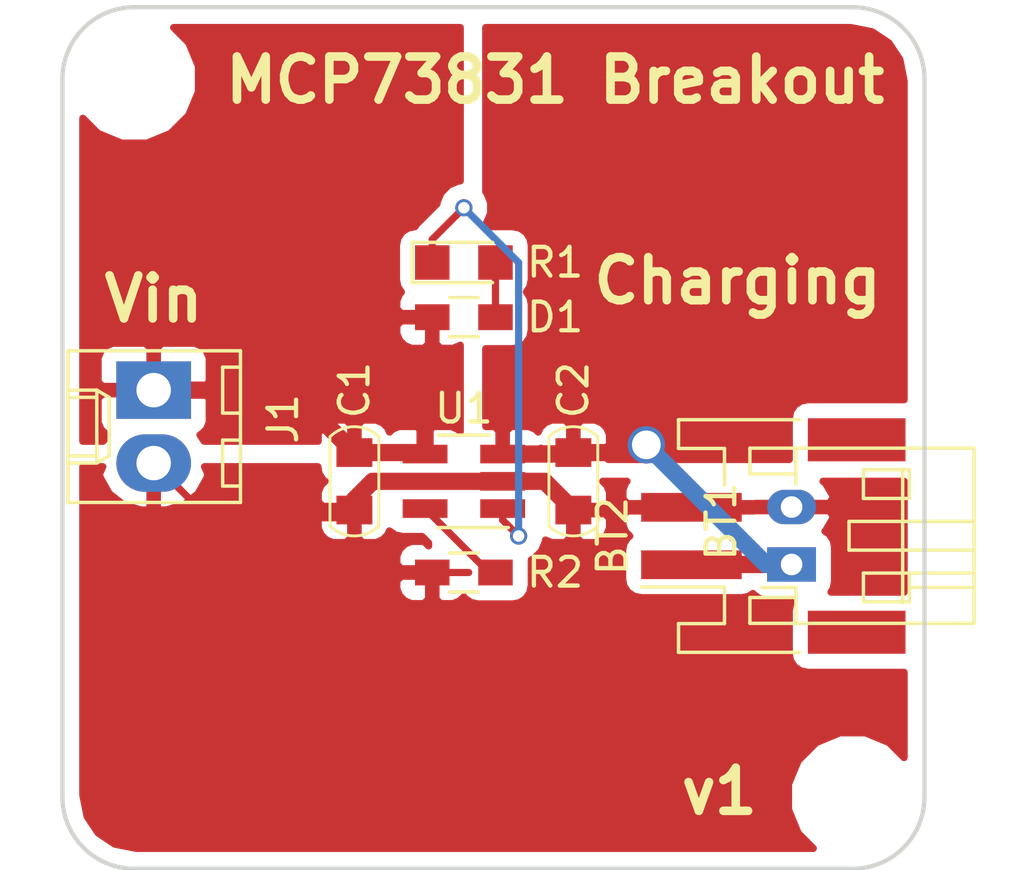
<source format=kicad_pcb>
(kicad_pcb (version 4) (host pcbnew 4.0.6-e0-6349~53~ubuntu14.04.1)

  (general
    (links 15)
    (no_connects 0)
    (area 125.335 85.655 161.3346 117.905001)
    (thickness 1.6)
    (drawings 4)
    (tracks 50)
    (zones 0)
    (modules 10)
    (nets 7)
  )

  (page A4)
  (layers
    (0 F.Cu signal)
    (31 B.Cu signal)
    (32 B.Adhes user)
    (33 F.Adhes user)
    (34 B.Paste user)
    (35 F.Paste user)
    (36 B.SilkS user)
    (37 F.SilkS user)
    (38 B.Mask user)
    (39 F.Mask user)
    (40 Dwgs.User user)
    (41 Cmts.User user)
    (42 Eco1.User user)
    (43 Eco2.User user)
    (44 Edge.Cuts user)
    (45 Margin user)
    (46 B.CrtYd user)
    (47 F.CrtYd user)
    (48 B.Fab user)
    (49 F.Fab user)
  )

  (setup
    (last_trace_width 0.25)
    (trace_clearance 0.2)
    (zone_clearance 0.508)
    (zone_45_only yes)
    (trace_min 0.2)
    (segment_width 0.2)
    (edge_width 0.15)
    (via_size 0.6)
    (via_drill 0.4)
    (via_min_size 0.4)
    (via_min_drill 0.3)
    (uvia_size 0.3)
    (uvia_drill 0.1)
    (uvias_allowed no)
    (uvia_min_size 0.2)
    (uvia_min_drill 0.1)
    (pcb_text_width 0.3)
    (pcb_text_size 1.5 1.5)
    (mod_edge_width 0.15)
    (mod_text_size 1 1)
    (mod_text_width 0.15)
    (pad_size 1.524 1.524)
    (pad_drill 0.762)
    (pad_to_mask_clearance 0.2)
    (aux_axis_origin 0 0)
    (visible_elements FFFFFF7F)
    (pcbplotparams
      (layerselection 0x00030_80000001)
      (usegerberextensions false)
      (excludeedgelayer true)
      (linewidth 0.100000)
      (plotframeref false)
      (viasonmask false)
      (mode 1)
      (useauxorigin false)
      (hpglpennumber 1)
      (hpglpenspeed 20)
      (hpglpendiameter 15)
      (hpglpenoverlay 2)
      (psnegative false)
      (psa4output false)
      (plotreference true)
      (plotvalue true)
      (plotinvisibletext false)
      (padsonsilk false)
      (subtractmaskfromsilk false)
      (outputformat 1)
      (mirror false)
      (drillshape 1)
      (scaleselection 1)
      (outputdirectory ""))
  )

  (net 0 "")
  (net 1 GND)
  (net 2 "Net-(D1-Pad2)")
  (net 3 "Net-(D1-Pad1)")
  (net 4 "Net-(R2-Pad1)")
  (net 5 /Vbat)
  (net 6 /Vin)

  (net_class Default "This is the default net class."
    (clearance 0.2)
    (trace_width 0.25)
    (via_dia 0.6)
    (via_drill 0.4)
    (uvia_dia 0.3)
    (uvia_drill 0.1)
    (add_net "Net-(D1-Pad1)")
    (add_net "Net-(D1-Pad2)")
    (add_net "Net-(R2-Pad1)")
  )

  (net_class HC ""
    (clearance 0.2)
    (trace_width 0.6)
    (via_dia 1.3)
    (via_drill 1)
    (uvia_dia 0.3)
    (uvia_drill 0.1)
    (add_net /Vbat)
    (add_net /Vin)
    (add_net GND)
  )

  (module Board_Outlines:Board_Outline_30mm_Square (layer F.Cu) (tedit 596718B2) (tstamp 59A469F1)
    (at 127.635 87.63)
    (path /5967DF8A)
    (fp_text reference P1 (at 9 -1) (layer F.SilkS) hide
      (effects (font (size 1 1) (thickness 0.15)))
    )
    (fp_text value SYMBOL (at 15 -1) (layer F.Fab) hide
      (effects (font (size 1 1) (thickness 0.15)))
    )
    (fp_line (start 30 27.5) (end 30 2.5) (layer Edge.Cuts) (width 0.15))
    (fp_line (start 2.5 30) (end 27.5 30) (layer Edge.Cuts) (width 0.15))
    (fp_line (start 0 2.5) (end 0 27.5) (layer Edge.Cuts) (width 0.15))
    (fp_line (start 27.5 0) (end 2.5 0) (layer Edge.Cuts) (width 0.15))
    (fp_arc (start 2.5 27.5) (end 2.5 30) (angle 90) (layer Edge.Cuts) (width 0.15))
    (fp_arc (start 27.5 27.5) (end 30 27.5) (angle 90) (layer Edge.Cuts) (width 0.15))
    (fp_arc (start 27.5 2.5) (end 27.5 0) (angle 90) (layer Edge.Cuts) (width 0.15))
    (fp_arc (start 2.5 2.5) (end 0 2.5) (angle 90) (layer Edge.Cuts) (width 0.15))
    (pad "" np_thru_hole circle (at 2.5 2.5) (size 3.2 3.2) (drill 3.2) (layers *.Cu *.Mask))
    (pad "" np_thru_hole circle (at 27.5 27.5) (size 3.2 3.2) (drill 3.2) (layers *.Cu *.Mask))
  )

  (module Connectors_Molex:Molex_KK-6410-02_02x2.54mm_Straight (layer F.Cu) (tedit 56C6219C) (tstamp 59A469E3)
    (at 130.81 100.965 270)
    (descr "Connector Headers with Friction Lock, 22-27-2021, http://www.molex.com/pdm_docs/sd/022272021_sd.pdf")
    (tags "connector molex kk_6410 22-27-2021")
    (path /5967DDCA)
    (fp_text reference J1 (at 1 -4.5 270) (layer F.SilkS)
      (effects (font (size 1 1) (thickness 0.15)))
    )
    (fp_text value CONN_01X02 (at 1.27 4.5 270) (layer F.Fab)
      (effects (font (size 1 1) (thickness 0.15)))
    )
    (fp_line (start -1.37 -3.02) (end -1.37 2.98) (layer F.SilkS) (width 0.12))
    (fp_line (start -1.37 2.98) (end 3.91 2.98) (layer F.SilkS) (width 0.12))
    (fp_line (start 3.91 2.98) (end 3.91 -3.02) (layer F.SilkS) (width 0.12))
    (fp_line (start 3.91 -3.02) (end -1.37 -3.02) (layer F.SilkS) (width 0.12))
    (fp_line (start 0 2.98) (end 0 1.98) (layer F.SilkS) (width 0.12))
    (fp_line (start 0 1.98) (end 2.54 1.98) (layer F.SilkS) (width 0.12))
    (fp_line (start 2.54 1.98) (end 2.54 2.98) (layer F.SilkS) (width 0.12))
    (fp_line (start 0 1.98) (end 0.25 1.55) (layer F.SilkS) (width 0.12))
    (fp_line (start 0.25 1.55) (end 2.29 1.55) (layer F.SilkS) (width 0.12))
    (fp_line (start 2.29 1.55) (end 2.54 1.98) (layer F.SilkS) (width 0.12))
    (fp_line (start 0.25 2.98) (end 0.25 1.98) (layer F.SilkS) (width 0.12))
    (fp_line (start 2.29 2.98) (end 2.29 1.98) (layer F.SilkS) (width 0.12))
    (fp_line (start -0.8 -3.02) (end -0.8 -2.4) (layer F.SilkS) (width 0.12))
    (fp_line (start -0.8 -2.4) (end 0.8 -2.4) (layer F.SilkS) (width 0.12))
    (fp_line (start 0.8 -2.4) (end 0.8 -3.02) (layer F.SilkS) (width 0.12))
    (fp_line (start 1.74 -3.02) (end 1.74 -2.4) (layer F.SilkS) (width 0.12))
    (fp_line (start 1.74 -2.4) (end 3.34 -2.4) (layer F.SilkS) (width 0.12))
    (fp_line (start 3.34 -2.4) (end 3.34 -3.02) (layer F.SilkS) (width 0.12))
    (fp_line (start -1.9 3.5) (end -1.9 -3.55) (layer F.CrtYd) (width 0.05))
    (fp_line (start -1.9 -3.55) (end 4.45 -3.55) (layer F.CrtYd) (width 0.05))
    (fp_line (start 4.45 -3.55) (end 4.45 3.5) (layer F.CrtYd) (width 0.05))
    (fp_line (start 4.45 3.5) (end -1.9 3.5) (layer F.CrtYd) (width 0.05))
    (pad 1 thru_hole rect (at 0 0 270) (size 2 2.6) (drill 1.2) (layers *.Cu *.Mask)
      (net 6 /Vin))
    (pad 2 thru_hole oval (at 2.54 0 270) (size 2 2.6) (drill 1.2) (layers *.Cu *.Mask)
      (net 1 GND))
  )

  (module Resistors_SMD:R_0603_HandSoldering (layer F.Cu) (tedit 5967E215) (tstamp 59A46A13)
    (at 141.605 107.315 180)
    (descr "Resistor SMD 0603, hand soldering")
    (tags "resistor 0603")
    (path /5967D8C6)
    (attr smd)
    (fp_text reference R2 (at -3.175 0 180) (layer F.SilkS)
      (effects (font (size 1 1) (thickness 0.15)))
    )
    (fp_text value 2k (at 0 1.55 180) (layer F.Fab)
      (effects (font (size 1 1) (thickness 0.15)))
    )
    (fp_text user %R (at 0 0 180) (layer F.Fab)
      (effects (font (size 0.5 0.5) (thickness 0.075)))
    )
    (fp_line (start -0.8 0.4) (end -0.8 -0.4) (layer F.Fab) (width 0.1))
    (fp_line (start 0.8 0.4) (end -0.8 0.4) (layer F.Fab) (width 0.1))
    (fp_line (start 0.8 -0.4) (end 0.8 0.4) (layer F.Fab) (width 0.1))
    (fp_line (start -0.8 -0.4) (end 0.8 -0.4) (layer F.Fab) (width 0.1))
    (fp_line (start 0.5 0.68) (end -0.5 0.68) (layer F.SilkS) (width 0.12))
    (fp_line (start -0.5 -0.68) (end 0.5 -0.68) (layer F.SilkS) (width 0.12))
    (fp_line (start -1.96 -0.7) (end 1.95 -0.7) (layer F.CrtYd) (width 0.05))
    (fp_line (start -1.96 -0.7) (end -1.96 0.7) (layer F.CrtYd) (width 0.05))
    (fp_line (start 1.95 0.7) (end 1.95 -0.7) (layer F.CrtYd) (width 0.05))
    (fp_line (start 1.95 0.7) (end -1.96 0.7) (layer F.CrtYd) (width 0.05))
    (pad 1 smd rect (at -1.1 0 180) (size 1.2 0.9) (layers F.Cu F.Paste F.Mask)
      (net 4 "Net-(R2-Pad1)"))
    (pad 2 smd rect (at 1.1 0 180) (size 1.2 0.9) (layers F.Cu F.Paste F.Mask)
      (net 1 GND))
    (model ${KISYS3DMOD}/Resistors_SMD.3dshapes/R_0603.wrl
      (at (xyz 0 0 0))
      (scale (xyz 1 1 1))
      (rotate (xyz 0 0 0))
    )
  )

  (module Connectors_JST:JST_PH_S2B-PH-K_02x2.00mm_Angled (layer F.Cu) (tedit 58D3FE32) (tstamp 59A4696B)
    (at 153.0096 107.0356 90)
    (descr "JST PH series connector, S2B-PH-K, side entry type, through hole, Datasheet: http://www.jst-mfg.com/product/pdf/eng/ePH.pdf")
    (tags "connector jst ph")
    (path /5967D99C)
    (fp_text reference BT1 (at 1.5 -2.45 90) (layer F.SilkS)
      (effects (font (size 1 1) (thickness 0.15)))
    )
    (fp_text value Battery_Cell (at 1 7.25 90) (layer F.Fab)
      (effects (font (size 1 1) (thickness 0.15)))
    )
    (fp_line (start 0.5 6.35) (end 0.5 2) (layer F.SilkS) (width 0.12))
    (fp_line (start 0.5 2) (end 1.5 2) (layer F.SilkS) (width 0.12))
    (fp_line (start 1.5 2) (end 1.5 6.35) (layer F.SilkS) (width 0.12))
    (fp_line (start -0.8 0.15) (end -1.15 0.15) (layer F.SilkS) (width 0.12))
    (fp_line (start -1.15 0.15) (end -1.15 -1.45) (layer F.SilkS) (width 0.12))
    (fp_line (start -1.15 -1.45) (end -2.05 -1.45) (layer F.SilkS) (width 0.12))
    (fp_line (start -2.05 -1.45) (end -2.05 6.35) (layer F.SilkS) (width 0.12))
    (fp_line (start -2.05 6.35) (end 4.05 6.35) (layer F.SilkS) (width 0.12))
    (fp_line (start 4.05 6.35) (end 4.05 -1.45) (layer F.SilkS) (width 0.12))
    (fp_line (start 4.05 -1.45) (end 3.15 -1.45) (layer F.SilkS) (width 0.12))
    (fp_line (start 3.15 -1.45) (end 3.15 0.15) (layer F.SilkS) (width 0.12))
    (fp_line (start 3.15 0.15) (end 2.8 0.15) (layer F.SilkS) (width 0.12))
    (fp_line (start -2.05 0.15) (end -1.15 0.15) (layer F.SilkS) (width 0.12))
    (fp_line (start 4.05 0.15) (end 3.15 0.15) (layer F.SilkS) (width 0.12))
    (fp_line (start -1.3 2.5) (end -1.3 4.1) (layer F.SilkS) (width 0.12))
    (fp_line (start -1.3 4.1) (end -0.3 4.1) (layer F.SilkS) (width 0.12))
    (fp_line (start -0.3 4.1) (end -0.3 2.5) (layer F.SilkS) (width 0.12))
    (fp_line (start -0.3 2.5) (end -1.3 2.5) (layer F.SilkS) (width 0.12))
    (fp_line (start 3.3 2.5) (end 3.3 4.1) (layer F.SilkS) (width 0.12))
    (fp_line (start 3.3 4.1) (end 2.3 4.1) (layer F.SilkS) (width 0.12))
    (fp_line (start 2.3 4.1) (end 2.3 2.5) (layer F.SilkS) (width 0.12))
    (fp_line (start 2.3 2.5) (end 3.3 2.5) (layer F.SilkS) (width 0.12))
    (fp_line (start -0.3 4.1) (end -0.3 6.35) (layer F.SilkS) (width 0.12))
    (fp_line (start -0.8 4.1) (end -0.8 6.35) (layer F.SilkS) (width 0.12))
    (fp_line (start -2.45 -1.85) (end -2.45 6.75) (layer F.CrtYd) (width 0.05))
    (fp_line (start -2.45 6.75) (end 4.45 6.75) (layer F.CrtYd) (width 0.05))
    (fp_line (start 4.45 6.75) (end 4.45 -1.85) (layer F.CrtYd) (width 0.05))
    (fp_line (start 4.45 -1.85) (end -2.45 -1.85) (layer F.CrtYd) (width 0.05))
    (fp_line (start -1.25 0.25) (end -1.25 -1.35) (layer F.Fab) (width 0.1))
    (fp_line (start -1.25 -1.35) (end -1.95 -1.35) (layer F.Fab) (width 0.1))
    (fp_line (start -1.95 -1.35) (end -1.95 6.25) (layer F.Fab) (width 0.1))
    (fp_line (start -1.95 6.25) (end 3.95 6.25) (layer F.Fab) (width 0.1))
    (fp_line (start 3.95 6.25) (end 3.95 -1.35) (layer F.Fab) (width 0.1))
    (fp_line (start 3.95 -1.35) (end 3.25 -1.35) (layer F.Fab) (width 0.1))
    (fp_line (start 3.25 -1.35) (end 3.25 0.25) (layer F.Fab) (width 0.1))
    (fp_line (start 3.25 0.25) (end -1.25 0.25) (layer F.Fab) (width 0.1))
    (fp_line (start -0.8 0.15) (end -0.8 -1.05) (layer F.SilkS) (width 0.12))
    (fp_line (start 0 0.85) (end -0.5 1.35) (layer F.Fab) (width 0.1))
    (fp_line (start -0.5 1.35) (end 0.5 1.35) (layer F.Fab) (width 0.1))
    (fp_line (start 0.5 1.35) (end 0 0.85) (layer F.Fab) (width 0.1))
    (fp_text user %R (at 1 2.5 90) (layer F.Fab)
      (effects (font (size 1 1) (thickness 0.15)))
    )
    (pad 1 thru_hole rect (at 0 0 90) (size 1.2 1.7) (drill 0.75) (layers *.Cu *.Mask)
      (net 5 /Vbat))
    (pad 2 thru_hole oval (at 2 0 90) (size 1.2 1.7) (drill 0.75) (layers *.Cu *.Mask)
      (net 1 GND))
    (model ${KISYS3DMOD}/Connectors_JST.3dshapes/JST_PH_S2B-PH-K_02x2.00mm_Angled.wrl
      (at (xyz 0 0 0))
      (scale (xyz 1 1 1))
      (rotate (xyz 0 0 0))
    )
  )

  (module Connectors_JST:JST_PH_S2B-PH-SM4-TB_02x2.00mm_Angled (layer F.Cu) (tedit 58D404C7) (tstamp 59A4698C)
    (at 152.4 106.045 90)
    (descr "JST PH series connector, S2B-PH-SM4-TB, side entry type, surface mount, Datasheet: http://www.jst-mfg.com/product/pdf/eng/ePH.pdf")
    (tags "connector jst ph")
    (path /5967DBC2)
    (attr smd)
    (fp_text reference BT2 (at 0 -5.625 90) (layer F.SilkS)
      (effects (font (size 1 1) (thickness 0.15)))
    )
    (fp_text value Battery_Cell (at 0 5.375 90) (layer F.Fab)
      (effects (font (size 1 1) (thickness 0.15)))
    )
    (fp_line (start -3.15 -1.625) (end -3.15 -3.225) (layer F.Fab) (width 0.1))
    (fp_line (start -3.15 -3.225) (end -3.95 -3.225) (layer F.Fab) (width 0.1))
    (fp_line (start -3.95 -3.225) (end -3.95 4.375) (layer F.Fab) (width 0.1))
    (fp_line (start -3.95 4.375) (end 3.95 4.375) (layer F.Fab) (width 0.1))
    (fp_line (start 3.95 4.375) (end 3.95 -3.225) (layer F.Fab) (width 0.1))
    (fp_line (start 3.95 -3.225) (end 3.15 -3.225) (layer F.Fab) (width 0.1))
    (fp_line (start 3.15 -3.225) (end 3.15 -1.625) (layer F.Fab) (width 0.1))
    (fp_line (start 3.15 -1.625) (end -3.15 -1.625) (layer F.Fab) (width 0.1))
    (fp_line (start -1.775 -1.725) (end -3.05 -1.725) (layer F.SilkS) (width 0.12))
    (fp_line (start -3.05 -1.725) (end -3.05 -3.325) (layer F.SilkS) (width 0.12))
    (fp_line (start -3.05 -3.325) (end -4.05 -3.325) (layer F.SilkS) (width 0.12))
    (fp_line (start -4.05 -3.325) (end -4.05 0.9) (layer F.SilkS) (width 0.12))
    (fp_line (start 4.05 0.9) (end 4.05 -3.325) (layer F.SilkS) (width 0.12))
    (fp_line (start 4.05 -3.325) (end 3.05 -3.325) (layer F.SilkS) (width 0.12))
    (fp_line (start 3.05 -3.325) (end 3.05 -1.725) (layer F.SilkS) (width 0.12))
    (fp_line (start 3.05 -1.725) (end 1.775 -1.725) (layer F.SilkS) (width 0.12))
    (fp_line (start -2.325 4.475) (end 2.325 4.475) (layer F.SilkS) (width 0.12))
    (fp_line (start -1.775 -1.725) (end -1.775 -4.625) (layer F.SilkS) (width 0.12))
    (fp_line (start -2 -1.625) (end -1 -0.625) (layer F.Fab) (width 0.1))
    (fp_line (start -1 -0.625) (end 0 -1.625) (layer F.Fab) (width 0.1))
    (fp_line (start -4.6 -5.13) (end -4.6 5.07) (layer F.CrtYd) (width 0.05))
    (fp_line (start -4.6 5.07) (end 4.6 5.07) (layer F.CrtYd) (width 0.05))
    (fp_line (start 4.6 5.07) (end 4.6 -5.13) (layer F.CrtYd) (width 0.05))
    (fp_line (start 4.6 -5.13) (end -4.6 -5.13) (layer F.CrtYd) (width 0.05))
    (fp_text user %R (at 0 1.5 90) (layer F.Fab)
      (effects (font (size 1 1) (thickness 0.15)))
    )
    (pad 1 smd rect (at -1 -2.875 90) (size 1 3.5) (layers F.Cu F.Paste F.Mask)
      (net 5 /Vbat))
    (pad 2 smd rect (at 1 -2.875 90) (size 1 3.5) (layers F.Cu F.Paste F.Mask)
      (net 1 GND))
    (pad "" smd rect (at -3.35 2.875 90) (size 1.5 3.4) (layers F.Cu F.Paste F.Mask))
    (pad "" smd rect (at 3.35 2.875 90) (size 1.5 3.4) (layers F.Cu F.Paste F.Mask))
    (model ${KISYS3DMOD}/Connectors_JST.3dshapes/JST_PH_S2B-PH-SM4-TB_02x2.00mm_Angled.wrl
      (at (xyz 0 0 0))
      (scale (xyz 1 1 1))
      (rotate (xyz 0 0 0))
    )
  )

  (module Capacitors_SMD_Round:C_0805 (layer F.Cu) (tedit 5967E21B) (tstamp 59A4699F)
    (at 137.795 104.14 270)
    (descr "Capacitor SMD 0805, reflow soldering, AVX (see smccp.pdf)")
    (tags "capacitor 0805")
    (path /5967DA5D)
    (attr smd)
    (fp_text reference C1 (at -3.175 0 270) (layer F.SilkS)
      (effects (font (size 1 1) (thickness 0.15)))
    )
    (fp_text value 4.7u (at 0 1.75 270) (layer F.Fab)
      (effects (font (size 1 1) (thickness 0.15)))
    )
    (fp_arc (start -0.7 0) (end -1.55 0.85) (angle 90) (layer F.SilkS) (width 0.1))
    (fp_arc (start 0.7 0) (end 1.55 -0.85) (angle 90) (layer F.SilkS) (width 0.1))
    (fp_line (start -1.5 0.85) (end 1.5 0.85) (layer F.SilkS) (width 0.1))
    (fp_line (start -1.5 -0.85) (end 1.5 -0.85) (layer F.SilkS) (width 0.1))
    (fp_text user %R (at 0 -1.5 270) (layer F.Fab)
      (effects (font (size 1 1) (thickness 0.15)))
    )
    (fp_line (start -1 0.62) (end -1 -0.62) (layer F.Fab) (width 0.1))
    (fp_line (start 1 0.62) (end -1 0.62) (layer F.Fab) (width 0.1))
    (fp_line (start 1 -0.62) (end 1 0.62) (layer F.Fab) (width 0.1))
    (fp_line (start -1 -0.62) (end 1 -0.62) (layer F.Fab) (width 0.1))
    (fp_line (start -1.75 -0.88) (end 1.75 -0.88) (layer F.CrtYd) (width 0.05))
    (fp_line (start -1.75 -0.88) (end -1.75 0.87) (layer F.CrtYd) (width 0.05))
    (fp_line (start 1.75 0.87) (end 1.75 -0.88) (layer F.CrtYd) (width 0.05))
    (fp_line (start 1.75 0.87) (end -1.75 0.87) (layer F.CrtYd) (width 0.05))
    (pad 1 smd rect (at -1 0 270) (size 1 1.25) (layers F.Cu F.Paste F.Mask)
      (net 6 /Vin))
    (pad 2 smd rect (at 1 0 270) (size 1 1.25) (layers F.Cu F.Paste F.Mask)
      (net 1 GND))
    (model Capacitors_SMD.3dshapes/C_0805.wrl
      (at (xyz 0 0 0))
      (scale (xyz 1 1 1))
      (rotate (xyz 0 0 0))
    )
  )

  (module Capacitors_SMD_Round:C_0805 (layer F.Cu) (tedit 5967E218) (tstamp 59A469B2)
    (at 145.415 104.14 270)
    (descr "Capacitor SMD 0805, reflow soldering, AVX (see smccp.pdf)")
    (tags "capacitor 0805")
    (path /5967D940)
    (attr smd)
    (fp_text reference C2 (at -3.175 0 270) (layer F.SilkS)
      (effects (font (size 1 1) (thickness 0.15)))
    )
    (fp_text value 4.7u (at 0 1.75 270) (layer F.Fab)
      (effects (font (size 1 1) (thickness 0.15)))
    )
    (fp_arc (start -0.7 0) (end -1.55 0.85) (angle 90) (layer F.SilkS) (width 0.1))
    (fp_arc (start 0.7 0) (end 1.55 -0.85) (angle 90) (layer F.SilkS) (width 0.1))
    (fp_line (start -1.5 0.85) (end 1.5 0.85) (layer F.SilkS) (width 0.1))
    (fp_line (start -1.5 -0.85) (end 1.5 -0.85) (layer F.SilkS) (width 0.1))
    (fp_text user %R (at 0 -1.5 270) (layer F.Fab)
      (effects (font (size 1 1) (thickness 0.15)))
    )
    (fp_line (start -1 0.62) (end -1 -0.62) (layer F.Fab) (width 0.1))
    (fp_line (start 1 0.62) (end -1 0.62) (layer F.Fab) (width 0.1))
    (fp_line (start 1 -0.62) (end 1 0.62) (layer F.Fab) (width 0.1))
    (fp_line (start -1 -0.62) (end 1 -0.62) (layer F.Fab) (width 0.1))
    (fp_line (start -1.75 -0.88) (end 1.75 -0.88) (layer F.CrtYd) (width 0.05))
    (fp_line (start -1.75 -0.88) (end -1.75 0.87) (layer F.CrtYd) (width 0.05))
    (fp_line (start 1.75 0.87) (end 1.75 -0.88) (layer F.CrtYd) (width 0.05))
    (fp_line (start 1.75 0.87) (end -1.75 0.87) (layer F.CrtYd) (width 0.05))
    (pad 1 smd rect (at -1 0 270) (size 1 1.25) (layers F.Cu F.Paste F.Mask)
      (net 5 /Vbat))
    (pad 2 smd rect (at 1 0 270) (size 1 1.25) (layers F.Cu F.Paste F.Mask)
      (net 1 GND))
    (model Capacitors_SMD.3dshapes/C_0805.wrl
      (at (xyz 0 0 0))
      (scale (xyz 1 1 1))
      (rotate (xyz 0 0 0))
    )
  )

  (module LEDs:LED_0805 (layer F.Cu) (tedit 5967E208) (tstamp 59A469C7)
    (at 141.605 96.52)
    (descr "LED 0805 smd package")
    (tags "LED led 0805 SMD smd SMT smt smdled SMDLED smtled SMTLED")
    (path /5967D803)
    (attr smd)
    (fp_text reference D1 (at 3.175 1.905) (layer F.SilkS)
      (effects (font (size 1 1) (thickness 0.15)))
    )
    (fp_text value LED (at 0 1.55) (layer F.Fab)
      (effects (font (size 1 1) (thickness 0.15)))
    )
    (fp_line (start -1.8 -0.7) (end -1.8 0.7) (layer F.SilkS) (width 0.12))
    (fp_line (start -0.4 -0.4) (end -0.4 0.4) (layer F.Fab) (width 0.1))
    (fp_line (start -0.4 0) (end 0.2 -0.4) (layer F.Fab) (width 0.1))
    (fp_line (start 0.2 0.4) (end -0.4 0) (layer F.Fab) (width 0.1))
    (fp_line (start 0.2 -0.4) (end 0.2 0.4) (layer F.Fab) (width 0.1))
    (fp_line (start 1 0.6) (end -1 0.6) (layer F.Fab) (width 0.1))
    (fp_line (start 1 -0.6) (end 1 0.6) (layer F.Fab) (width 0.1))
    (fp_line (start -1 -0.6) (end 1 -0.6) (layer F.Fab) (width 0.1))
    (fp_line (start -1 0.6) (end -1 -0.6) (layer F.Fab) (width 0.1))
    (fp_line (start -1.8 0.7) (end 1 0.7) (layer F.SilkS) (width 0.12))
    (fp_line (start -1.8 -0.7) (end 1 -0.7) (layer F.SilkS) (width 0.12))
    (fp_line (start 1.95 -0.85) (end 1.95 0.85) (layer F.CrtYd) (width 0.05))
    (fp_line (start 1.95 0.85) (end -1.95 0.85) (layer F.CrtYd) (width 0.05))
    (fp_line (start -1.95 0.85) (end -1.95 -0.85) (layer F.CrtYd) (width 0.05))
    (fp_line (start -1.95 -0.85) (end 1.95 -0.85) (layer F.CrtYd) (width 0.05))
    (pad 2 smd rect (at 1.1 0 180) (size 1.2 1.2) (layers F.Cu F.Paste F.Mask)
      (net 2 "Net-(D1-Pad2)"))
    (pad 1 smd rect (at -1.1 0 180) (size 1.2 1.2) (layers F.Cu F.Paste F.Mask)
      (net 3 "Net-(D1-Pad1)"))
    (model LEDs.3dshapes/LED_0805.wrl
      (at (xyz 0 0 0))
      (scale (xyz 1 1 1))
      (rotate (xyz 0 0 180))
    )
  )

  (module Resistors_SMD:R_0603_HandSoldering (layer F.Cu) (tedit 5967E20C) (tstamp 59A46A02)
    (at 141.605 98.425 180)
    (descr "Resistor SMD 0603, hand soldering")
    (tags "resistor 0603")
    (path /5967D852)
    (attr smd)
    (fp_text reference R1 (at -3.175 1.905 180) (layer F.SilkS)
      (effects (font (size 1 1) (thickness 0.15)))
    )
    (fp_text value 1k (at 0 1.55 180) (layer F.Fab)
      (effects (font (size 1 1) (thickness 0.15)))
    )
    (fp_text user %R (at 0 0 180) (layer F.Fab)
      (effects (font (size 0.5 0.5) (thickness 0.075)))
    )
    (fp_line (start -0.8 0.4) (end -0.8 -0.4) (layer F.Fab) (width 0.1))
    (fp_line (start 0.8 0.4) (end -0.8 0.4) (layer F.Fab) (width 0.1))
    (fp_line (start 0.8 -0.4) (end 0.8 0.4) (layer F.Fab) (width 0.1))
    (fp_line (start -0.8 -0.4) (end 0.8 -0.4) (layer F.Fab) (width 0.1))
    (fp_line (start 0.5 0.68) (end -0.5 0.68) (layer F.SilkS) (width 0.12))
    (fp_line (start -0.5 -0.68) (end 0.5 -0.68) (layer F.SilkS) (width 0.12))
    (fp_line (start -1.96 -0.7) (end 1.95 -0.7) (layer F.CrtYd) (width 0.05))
    (fp_line (start -1.96 -0.7) (end -1.96 0.7) (layer F.CrtYd) (width 0.05))
    (fp_line (start 1.95 0.7) (end 1.95 -0.7) (layer F.CrtYd) (width 0.05))
    (fp_line (start 1.95 0.7) (end -1.96 0.7) (layer F.CrtYd) (width 0.05))
    (pad 1 smd rect (at -1.1 0 180) (size 1.2 0.9) (layers F.Cu F.Paste F.Mask)
      (net 2 "Net-(D1-Pad2)"))
    (pad 2 smd rect (at 1.1 0 180) (size 1.2 0.9) (layers F.Cu F.Paste F.Mask)
      (net 6 /Vin))
    (model ${KISYS3DMOD}/Resistors_SMD.3dshapes/R_0603.wrl
      (at (xyz 0 0 0))
      (scale (xyz 1 1 1))
      (rotate (xyz 0 0 0))
    )
  )

  (module TO_SOT_Packages_SMD:SOT-23-5_HandSoldering (layer F.Cu) (tedit 5967D79C) (tstamp 59A46A28)
    (at 141.605 104.14 180)
    (descr "5-pin SOT23 package")
    (tags "SOT-23-5 hand-soldering")
    (path /5967D7AA)
    (attr smd)
    (fp_text reference U1 (at 0 2.54 180) (layer F.SilkS)
      (effects (font (size 1 1) (thickness 0.15)))
    )
    (fp_text value MCP73831 (at 0 2.9 180) (layer F.Fab)
      (effects (font (size 1 1) (thickness 0.15)))
    )
    (fp_text user %R (at 0 0 180) (layer F.Fab)
      (effects (font (size 0.5 0.5) (thickness 0.075)))
    )
    (fp_line (start -0.9 1.61) (end 0.9 1.61) (layer F.SilkS) (width 0.12))
    (fp_line (start 0.9 -1.61) (end -1.55 -1.61) (layer F.SilkS) (width 0.12))
    (fp_line (start -0.9 -0.9) (end -0.25 -1.55) (layer F.Fab) (width 0.1))
    (fp_line (start 0.9 -1.55) (end -0.25 -1.55) (layer F.Fab) (width 0.1))
    (fp_line (start -0.9 -0.9) (end -0.9 1.55) (layer F.Fab) (width 0.1))
    (fp_line (start 0.9 1.55) (end -0.9 1.55) (layer F.Fab) (width 0.1))
    (fp_line (start 0.9 -1.55) (end 0.9 1.55) (layer F.Fab) (width 0.1))
    (fp_line (start -2.38 -1.8) (end 2.38 -1.8) (layer F.CrtYd) (width 0.05))
    (fp_line (start -2.38 -1.8) (end -2.38 1.8) (layer F.CrtYd) (width 0.05))
    (fp_line (start 2.38 1.8) (end 2.38 -1.8) (layer F.CrtYd) (width 0.05))
    (fp_line (start 2.38 1.8) (end -2.38 1.8) (layer F.CrtYd) (width 0.05))
    (pad 1 smd rect (at -1.35 -0.95 180) (size 1.56 0.65) (layers F.Cu F.Paste F.Mask)
      (net 3 "Net-(D1-Pad1)"))
    (pad 2 smd rect (at -1.35 0 180) (size 1.56 0.65) (layers F.Cu F.Paste F.Mask)
      (net 1 GND))
    (pad 3 smd rect (at -1.35 0.95 180) (size 1.56 0.65) (layers F.Cu F.Paste F.Mask)
      (net 5 /Vbat))
    (pad 4 smd rect (at 1.35 0.95 180) (size 1.56 0.65) (layers F.Cu F.Paste F.Mask)
      (net 6 /Vin))
    (pad 5 smd rect (at 1.35 -0.95 180) (size 1.56 0.65) (layers F.Cu F.Paste F.Mask)
      (net 4 "Net-(R2-Pad1)"))
    (model ${KISYS3DMOD}/TO_SOT_Packages_SMD.3dshapes\SOT-23-5.wrl
      (at (xyz 0 0 0))
      (scale (xyz 1 1 1))
      (rotate (xyz 0 0 0))
    )
  )

  (gr_text Vin (at 130.81 97.79) (layer F.SilkS)
    (effects (font (size 1.5 1.5) (thickness 0.3)))
  )
  (gr_text Charging (at 151.13 97.155) (layer F.SilkS)
    (effects (font (size 1.5 1.5) (thickness 0.3)))
  )
  (gr_text v1 (at 150.495 114.935) (layer F.SilkS)
    (effects (font (size 1.5 1.5) (thickness 0.3)))
  )
  (gr_text "MCP73831 Breakout" (at 144.78 90.17) (layer F.SilkS)
    (effects (font (size 1.5 1.5) (thickness 0.3)))
  )

  (segment (start 142.955 104.14) (end 138.43 104.14) (width 0.6) (layer F.Cu) (net 1))
  (segment (start 138.43 104.14) (end 137.795 104.775) (width 0.6) (layer F.Cu) (net 1) (tstamp 59A46F61))
  (segment (start 137.795 104.775) (end 137.795 105.14) (width 0.6) (layer F.Cu) (net 1) (tstamp 59A46F62))
  (segment (start 142.955 104.14) (end 144.415 104.14) (width 0.6) (layer F.Cu) (net 1))
  (segment (start 144.415 104.14) (end 145.415 105.14) (width 0.6) (layer F.Cu) (net 1) (tstamp 59A46F5E))
  (segment (start 130.81 103.505) (end 132.715 105.41) (width 0.25) (layer F.Cu) (net 1))
  (segment (start 132.715 105.41) (end 137.525 105.41) (width 0.25) (layer F.Cu) (net 1) (tstamp 59A46F51))
  (segment (start 137.525 105.41) (end 137.795 105.14) (width 0.25) (layer F.Cu) (net 1) (tstamp 59A46F52))
  (segment (start 138.43 104.14) (end 137.795 104.775) (width 0.25) (layer F.Cu) (net 1) (tstamp 59A46F06))
  (segment (start 137.795 104.775) (end 137.795 105.14) (width 0.25) (layer F.Cu) (net 1) (tstamp 59A46F07))
  (segment (start 145.415 105.14) (end 149.43 105.14) (width 0.25) (layer F.Cu) (net 1))
  (segment (start 149.43 105.14) (end 149.525 105.045) (width 0.25) (layer F.Cu) (net 1) (tstamp 59A46F00))
  (segment (start 144.415 104.14) (end 145.415 105.14) (width 0.25) (layer F.Cu) (net 1) (tstamp 59A46EFC))
  (segment (start 149.525 105.045) (end 153.0002 105.045) (width 0.25) (layer F.Cu) (net 1))
  (segment (start 153.0002 105.045) (end 153.0096 105.0356) (width 0.25) (layer F.Cu) (net 1) (tstamp 59A46E84))
  (segment (start 137.795 105.14) (end 137.795 106.045) (width 0.25) (layer F.Cu) (net 1))
  (segment (start 139.065 107.315) (end 141.775 107.315) (width 0.25) (layer F.Cu) (net 1) (tstamp 59A46E70))
  (segment (start 137.795 106.045) (end 139.065 107.315) (width 0.25) (layer F.Cu) (net 1) (tstamp 59A46E6F))
  (segment (start 153.0002 105.045) (end 153.0096 105.0356) (width 0.25) (layer F.Cu) (net 1) (tstamp 59A46BFB))
  (segment (start 142.705 98.425) (end 142.705 96.52) (width 0.25) (layer F.Cu) (net 2))
  (segment (start 140.505 96.52) (end 140.505 95.715) (width 0.25) (layer F.Cu) (net 3))
  (segment (start 142.955 105.49) (end 142.955 105.09) (width 0.25) (layer F.Cu) (net 3) (tstamp 59A47007))
  (segment (start 143.51 106.045) (end 142.955 105.49) (width 0.25) (layer F.Cu) (net 3) (tstamp 59A47006))
  (via (at 143.51 106.045) (size 0.6) (drill 0.4) (layers F.Cu B.Cu) (net 3))
  (segment (start 143.51 96.52) (end 143.51 106.045) (width 0.25) (layer B.Cu) (net 3) (tstamp 59A47003))
  (segment (start 141.605 94.615) (end 143.51 96.52) (width 0.25) (layer B.Cu) (net 3) (tstamp 59A47002))
  (via (at 141.605 94.615) (size 0.6) (drill 0.4) (layers F.Cu B.Cu) (net 3))
  (segment (start 140.505 95.715) (end 141.605 94.615) (width 0.25) (layer F.Cu) (net 3) (tstamp 59A47000))
  (segment (start 142.705 107.315) (end 142.48 107.315) (width 0.25) (layer F.Cu) (net 4))
  (segment (start 142.48 107.315) (end 140.255 105.09) (width 0.25) (layer F.Cu) (net 4) (tstamp 59A46F03))
  (segment (start 145.415 103.14) (end 147.685 103.14) (width 0.6) (layer F.Cu) (net 5))
  (segment (start 152.1206 107.0356) (end 153.0096 107.0356) (width 0.6) (layer B.Cu) (net 5) (tstamp 59A46F29))
  (segment (start 147.955 102.87) (end 152.1206 107.0356) (width 0.6) (layer B.Cu) (net 5) (tstamp 59A46F28))
  (via (at 147.955 102.87) (size 1.3) (drill 1) (layers F.Cu B.Cu) (net 5))
  (segment (start 147.685 103.14) (end 147.955 102.87) (width 0.6) (layer F.Cu) (net 5) (tstamp 59A46F26))
  (segment (start 142.955 103.19) (end 145.365 103.19) (width 0.6) (layer F.Cu) (net 5))
  (segment (start 145.365 103.19) (end 145.415 103.14) (width 0.6) (layer F.Cu) (net 5) (tstamp 59A46EF9))
  (segment (start 153.0096 107.0356) (end 149.5344 107.0356) (width 0.6) (layer F.Cu) (net 5))
  (segment (start 149.5344 107.0356) (end 149.525 107.045) (width 0.6) (layer F.Cu) (net 5) (tstamp 59A46EA2))
  (segment (start 149.525 107.045) (end 153.0002 107.045) (width 0.25) (layer F.Cu) (net 5))
  (segment (start 153.0002 107.045) (end 153.0096 107.0356) (width 0.25) (layer F.Cu) (net 5) (tstamp 59A46E87))
  (segment (start 153.0002 107.045) (end 153.0096 107.0356) (width 0.25) (layer F.Cu) (net 5) (tstamp 59A46BF8))
  (segment (start 140.505 98.255) (end 140.505 98.425) (width 0.25) (layer F.Cu) (net 6) (tstamp 59A46FBA))
  (segment (start 140.255 103.19) (end 140.255 101.215) (width 0.6) (layer F.Cu) (net 6))
  (segment (start 140.255 101.215) (end 140.505 100.965) (width 0.6) (layer F.Cu) (net 6) (tstamp 59A46FAE))
  (segment (start 130.81 100.965) (end 135.255 100.965) (width 0.6) (layer F.Cu) (net 6))
  (segment (start 135.255 100.965) (end 135.62 100.965) (width 0.6) (layer F.Cu) (net 6) (tstamp 59A46F71))
  (segment (start 135.62 100.965) (end 137.795 103.14) (width 0.6) (layer F.Cu) (net 6) (tstamp 59A46F55))
  (segment (start 137.795 103.14) (end 140.205 103.14) (width 0.6) (layer F.Cu) (net 6))
  (segment (start 140.205 103.14) (end 140.255 103.19) (width 0.6) (layer F.Cu) (net 6) (tstamp 59A46F12))

  (zone (net 1) (net_name GND) (layer F.Cu) (tstamp 59A46F2C) (hatch edge 0.508)
    (connect_pads (clearance 0.508))
    (min_thickness 0.254)
    (fill yes (arc_segments 16) (thermal_gap 0.508) (thermal_bridge_width 0.508))
    (polygon
      (pts
        (xy 157.48 117.475) (xy 127.635 117.475) (xy 127.635 103.505) (xy 157.48 103.505)
      )
    )
    (filled_polygon
      (pts
        (xy 128.875 103.632002) (xy 129.039222 103.632002) (xy 128.919876 103.885434) (xy 128.950856 104.013355) (xy 129.264078 104.571317)
        (xy 129.76698 104.966942) (xy 130.383 105.14) (xy 130.683 105.14) (xy 130.683 103.632) (xy 130.937 103.632)
        (xy 130.937 105.14) (xy 131.237 105.14) (xy 131.85302 104.966942) (xy 132.355922 104.571317) (xy 132.669144 104.013355)
        (xy 132.700124 103.885434) (xy 132.580778 103.632002) (xy 132.745 103.632002) (xy 132.745 103.632) (xy 136.52256 103.632)
        (xy 136.52256 103.64) (xy 136.566838 103.875317) (xy 136.70591 104.091441) (xy 136.774006 104.137969) (xy 136.631673 104.280302)
        (xy 136.535 104.513691) (xy 136.535 104.85425) (xy 136.69375 105.013) (xy 137.668 105.013) (xy 137.668 104.993)
        (xy 137.922 104.993) (xy 137.922 105.013) (xy 137.942 105.013) (xy 137.942 105.267) (xy 137.922 105.267)
        (xy 137.922 106.11625) (xy 138.08075 106.275) (xy 138.54631 106.275) (xy 138.779699 106.178327) (xy 138.958327 105.999698)
        (xy 139.012947 105.867833) (xy 139.22311 106.011431) (xy 139.475 106.06244) (xy 140.152638 106.06244) (xy 140.377998 106.2878)
        (xy 140.377998 106.388748) (xy 140.21925 106.23) (xy 139.778691 106.23) (xy 139.545302 106.326673) (xy 139.366673 106.505301)
        (xy 139.27 106.73869) (xy 139.27 107.02925) (xy 139.42875 107.188) (xy 140.378 107.188) (xy 140.378 107.168)
        (xy 140.632 107.168) (xy 140.632 107.188) (xy 140.652 107.188) (xy 140.652 107.442) (xy 140.632 107.442)
        (xy 140.632 108.24125) (xy 140.79075 108.4) (xy 141.231309 108.4) (xy 141.464698 108.303327) (xy 141.605936 108.16209)
        (xy 141.64091 108.216441) (xy 141.85311 108.361431) (xy 142.105 108.41244) (xy 143.305 108.41244) (xy 143.540317 108.368162)
        (xy 143.756441 108.22909) (xy 143.901431 108.01689) (xy 143.95244 107.765) (xy 143.95244 106.873859) (xy 144.038943 106.838117)
        (xy 144.302192 106.575327) (xy 144.444838 106.231799) (xy 144.444879 106.184366) (xy 144.66369 106.275) (xy 145.12925 106.275)
        (xy 145.288 106.11625) (xy 145.288 105.267) (xy 145.542 105.267) (xy 145.542 106.11625) (xy 145.70075 106.275)
        (xy 146.16631 106.275) (xy 146.399699 106.178327) (xy 146.578327 105.999698) (xy 146.675 105.766309) (xy 146.675 105.42575)
        (xy 146.51625 105.267) (xy 145.542 105.267) (xy 145.288 105.267) (xy 145.268 105.267) (xy 145.268 105.013)
        (xy 145.288 105.013) (xy 145.288 104.993) (xy 145.542 104.993) (xy 145.542 105.013) (xy 146.51625 105.013)
        (xy 146.675 104.85425) (xy 146.675 104.513691) (xy 146.578327 104.280302) (xy 146.438026 104.14) (xy 147.281975 104.14)
        (xy 147.236673 104.185302) (xy 147.14 104.418691) (xy 147.14 104.75925) (xy 147.29875 104.918) (xy 149.398 104.918)
        (xy 149.398 104.898) (xy 149.652 104.898) (xy 149.652 104.918) (xy 151.75125 104.918) (xy 151.76065 104.9086)
        (xy 152.8826 104.9086) (xy 152.8826 104.8886) (xy 153.1366 104.8886) (xy 153.1366 104.9086) (xy 154.328331 104.9086)
        (xy 154.453062 104.717991) (xy 154.437886 104.626224) (xy 154.191533 104.206475) (xy 154.103609 104.14) (xy 156.925 104.14)
        (xy 156.925 107.99756) (xy 154.380823 107.99756) (xy 154.456031 107.88749) (xy 154.50704 107.6356) (xy 154.50704 106.4356)
        (xy 154.462762 106.200283) (xy 154.32369 105.984159) (xy 154.171291 105.880029) (xy 154.191533 105.864725) (xy 154.437886 105.444976)
        (xy 154.453062 105.353209) (xy 154.328331 105.1626) (xy 153.1366 105.1626) (xy 153.1366 105.1826) (xy 152.8826 105.1826)
        (xy 152.8826 105.1626) (xy 151.690869 105.1626) (xy 151.684718 105.172) (xy 149.652 105.172) (xy 149.652 105.192)
        (xy 149.398 105.192) (xy 149.398 105.172) (xy 147.29875 105.172) (xy 147.14 105.33075) (xy 147.14 105.671309)
        (xy 147.236673 105.904698) (xy 147.37791 106.045936) (xy 147.323559 106.08091) (xy 147.178569 106.29311) (xy 147.12756 106.545)
        (xy 147.12756 107.545) (xy 147.171838 107.780317) (xy 147.31091 107.996441) (xy 147.52311 108.141431) (xy 147.775 108.19244)
        (xy 151.275 108.19244) (xy 151.510317 108.148162) (xy 151.669095 108.045991) (xy 151.69551 108.087041) (xy 151.90771 108.232031)
        (xy 152.1596 108.28304) (xy 153.053777 108.28304) (xy 152.978569 108.39311) (xy 152.92756 108.645) (xy 152.92756 110.145)
        (xy 152.971838 110.380317) (xy 153.11091 110.596441) (xy 153.32311 110.741431) (xy 153.575 110.79244) (xy 156.925 110.79244)
        (xy 156.925 113.759598) (xy 156.402679 113.236364) (xy 155.581519 112.895389) (xy 154.692381 112.894613) (xy 153.870628 113.234155)
        (xy 153.241364 113.862321) (xy 152.900389 114.683481) (xy 152.899613 115.572619) (xy 153.239155 116.394372) (xy 153.763866 116.92)
        (xy 130.204931 116.92) (xy 129.455319 116.770893) (xy 128.879114 116.385885) (xy 128.494107 115.809682) (xy 128.345 115.060069)
        (xy 128.345 107.60075) (xy 139.27 107.60075) (xy 139.27 107.89131) (xy 139.366673 108.124699) (xy 139.545302 108.303327)
        (xy 139.778691 108.4) (xy 140.21925 108.4) (xy 140.378 108.24125) (xy 140.378 107.442) (xy 139.42875 107.442)
        (xy 139.27 107.60075) (xy 128.345 107.60075) (xy 128.345 105.42575) (xy 136.535 105.42575) (xy 136.535 105.766309)
        (xy 136.631673 105.999698) (xy 136.810301 106.178327) (xy 137.04369 106.275) (xy 137.50925 106.275) (xy 137.668 106.11625)
        (xy 137.668 105.267) (xy 136.69375 105.267) (xy 136.535 105.42575) (xy 128.345 105.42575) (xy 128.345 103.632)
        (xy 128.875 103.632)
      )
    )
  )
  (zone (net 6) (net_name /Vin) (layer F.Cu) (tstamp 59A46FBD) (hatch edge 0.508)
    (connect_pads (clearance 0.508))
    (min_thickness 0.254)
    (fill yes (arc_segments 16) (thermal_gap 0.508) (thermal_bridge_width 0.508))
    (polygon
      (pts
        (xy 128.27 102.87) (xy 141.605 102.87) (xy 141.605 87.63) (xy 127.635 87.63) (xy 127.635 102.87)
      )
    )
    (filled_polygon
      (pts
        (xy 141.478 93.679889) (xy 141.419833 93.679838) (xy 141.076057 93.821883) (xy 140.812808 94.084673) (xy 140.670162 94.428201)
        (xy 140.670121 94.475077) (xy 139.967599 95.177599) (xy 139.904026 95.272743) (xy 139.669683 95.316838) (xy 139.453559 95.45591)
        (xy 139.308569 95.66811) (xy 139.25756 95.92) (xy 139.25756 97.12) (xy 139.301838 97.355317) (xy 139.429016 97.552958)
        (xy 139.366673 97.615301) (xy 139.27 97.84869) (xy 139.27 98.13925) (xy 139.42875 98.298) (xy 140.378 98.298)
        (xy 140.378 98.278) (xy 140.632 98.278) (xy 140.632 98.298) (xy 140.652 98.298) (xy 140.652 98.552)
        (xy 140.632 98.552) (xy 140.632 99.35125) (xy 140.79075 99.51) (xy 141.231309 99.51) (xy 141.464698 99.413327)
        (xy 141.478 99.400025) (xy 141.478 102.409975) (xy 141.394698 102.326673) (xy 141.161309 102.23) (xy 140.54075 102.23)
        (xy 140.382 102.38875) (xy 140.382 102.743) (xy 140.128 102.743) (xy 140.128 102.38875) (xy 139.96925 102.23)
        (xy 139.348691 102.23) (xy 139.115302 102.326673) (xy 139.017886 102.424089) (xy 138.958327 102.280302) (xy 138.779699 102.101673)
        (xy 138.54631 102.005) (xy 138.08075 102.005) (xy 137.922 102.16375) (xy 137.922 102.743) (xy 137.668 102.743)
        (xy 137.668 102.16375) (xy 137.50925 102.005) (xy 137.04369 102.005) (xy 136.810301 102.101673) (xy 136.631673 102.280302)
        (xy 136.535 102.513691) (xy 136.535 102.743) (xy 132.567371 102.743) (xy 132.420769 102.523594) (xy 132.469699 102.503327)
        (xy 132.648327 102.324698) (xy 132.745 102.091309) (xy 132.745 101.25075) (xy 132.58625 101.092) (xy 130.937 101.092)
        (xy 130.937 101.112) (xy 130.683 101.112) (xy 130.683 101.092) (xy 129.03375 101.092) (xy 128.875 101.25075)
        (xy 128.875 102.091309) (xy 128.971673 102.324698) (xy 129.150301 102.503327) (xy 129.199231 102.523594) (xy 129.052629 102.743)
        (xy 128.345 102.743) (xy 128.345 99.838691) (xy 128.875 99.838691) (xy 128.875 100.67925) (xy 129.03375 100.838)
        (xy 130.683 100.838) (xy 130.683 99.48875) (xy 130.937 99.48875) (xy 130.937 100.838) (xy 132.58625 100.838)
        (xy 132.745 100.67925) (xy 132.745 99.838691) (xy 132.648327 99.605302) (xy 132.469699 99.426673) (xy 132.23631 99.33)
        (xy 131.09575 99.33) (xy 130.937 99.48875) (xy 130.683 99.48875) (xy 130.52425 99.33) (xy 129.38369 99.33)
        (xy 129.150301 99.426673) (xy 128.971673 99.605302) (xy 128.875 99.838691) (xy 128.345 99.838691) (xy 128.345 98.71075)
        (xy 139.27 98.71075) (xy 139.27 99.00131) (xy 139.366673 99.234699) (xy 139.545302 99.413327) (xy 139.778691 99.51)
        (xy 140.21925 99.51) (xy 140.378 99.35125) (xy 140.378 98.552) (xy 139.42875 98.552) (xy 139.27 98.71075)
        (xy 128.345 98.71075) (xy 128.345 91.500402) (xy 128.867321 92.023636) (xy 129.688481 92.364611) (xy 130.577619 92.365387)
        (xy 131.399372 92.025845) (xy 132.028636 91.397679) (xy 132.369611 90.576519) (xy 132.370387 89.687381) (xy 132.030845 88.865628)
        (xy 131.506134 88.34) (xy 141.478 88.34)
      )
    )
  )
  (zone (net 5) (net_name /Vbat) (layer F.Cu) (tstamp 59A46FBE) (hatch edge 0.508)
    (priority 1)
    (connect_pads (clearance 0.508))
    (min_thickness 0.254)
    (fill yes (arc_segments 16) (thermal_gap 0.508) (thermal_bridge_width 0.508))
    (polygon
      (pts
        (xy 157.48 103.505) (xy 142.24 103.505) (xy 142.24 87.63) (xy 157.48 87.63)
      )
    )
    (filled_polygon
      (pts
        (xy 155.814682 88.489107) (xy 156.390885 88.874114) (xy 156.775893 89.450319) (xy 156.925 90.199931) (xy 156.925 101.29756)
        (xy 153.575 101.29756) (xy 153.339683 101.341838) (xy 153.123559 101.48091) (xy 152.978569 101.69311) (xy 152.92756 101.945)
        (xy 152.92756 103.378) (xy 146.62725 103.378) (xy 146.51625 103.267) (xy 145.542 103.267) (xy 145.542 103.287)
        (xy 145.288 103.287) (xy 145.288 103.267) (xy 144.726693 103.267) (xy 144.415 103.205) (xy 143.919884 103.205)
        (xy 143.735 103.16756) (xy 142.808 103.16756) (xy 142.808 103.063) (xy 142.828 103.063) (xy 142.828 102.38875)
        (xy 143.082 102.38875) (xy 143.082 103.063) (xy 144.21125 103.063) (xy 144.2875 102.98675) (xy 144.31375 103.013)
        (xy 145.288 103.013) (xy 145.288 102.16375) (xy 145.542 102.16375) (xy 145.542 103.013) (xy 146.51625 103.013)
        (xy 146.675 102.85425) (xy 146.675 102.513691) (xy 146.578327 102.280302) (xy 146.399699 102.101673) (xy 146.16631 102.005)
        (xy 145.70075 102.005) (xy 145.542 102.16375) (xy 145.288 102.16375) (xy 145.12925 102.005) (xy 144.66369 102.005)
        (xy 144.430301 102.101673) (xy 144.251673 102.280302) (xy 144.192114 102.424089) (xy 144.094698 102.326673) (xy 143.861309 102.23)
        (xy 143.24075 102.23) (xy 143.082 102.38875) (xy 142.828 102.38875) (xy 142.66925 102.23) (xy 142.367 102.23)
        (xy 142.367 99.52244) (xy 143.305 99.52244) (xy 143.540317 99.478162) (xy 143.756441 99.33909) (xy 143.901431 99.12689)
        (xy 143.95244 98.875) (xy 143.95244 97.975) (xy 143.908162 97.739683) (xy 143.783015 97.545198) (xy 143.901431 97.37189)
        (xy 143.95244 97.12) (xy 143.95244 95.92) (xy 143.908162 95.684683) (xy 143.76909 95.468559) (xy 143.55689 95.323569)
        (xy 143.305 95.27256) (xy 142.367 95.27256) (xy 142.367 95.175466) (xy 142.397192 95.145327) (xy 142.539838 94.801799)
        (xy 142.540162 94.429833) (xy 142.398117 94.086057) (xy 142.367 94.054886) (xy 142.367 88.34) (xy 155.065069 88.34)
      )
    )
  )
)

</source>
